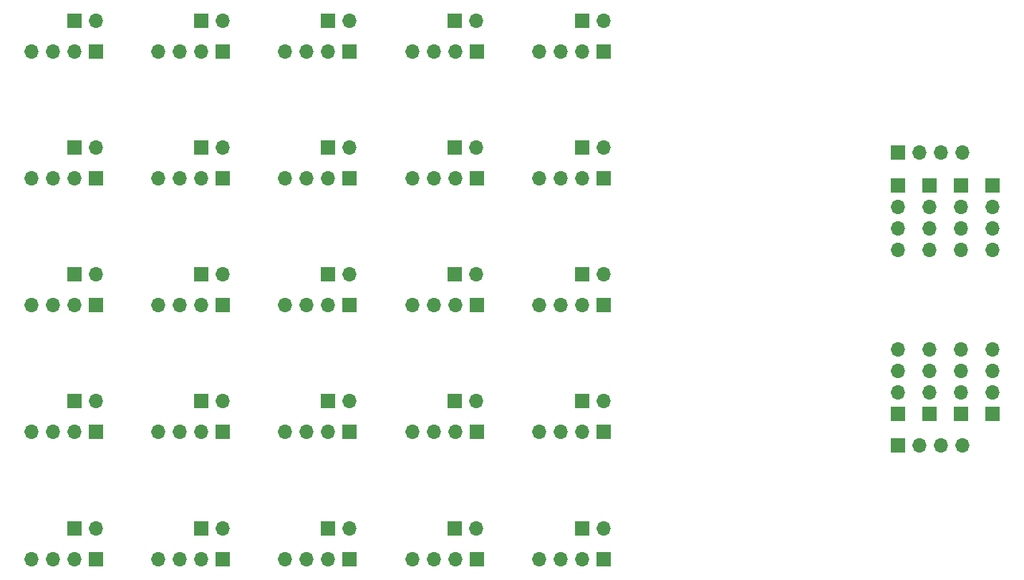
<source format=gbr>
%TF.GenerationSoftware,KiCad,Pcbnew,7.0.1*%
%TF.CreationDate,2025-01-23T23:42:59-05:00*%
%TF.ProjectId,Combined_Stencil2,436f6d62-696e-4656-945f-5374656e6369,rev?*%
%TF.SameCoordinates,Original*%
%TF.FileFunction,Soldermask,Bot*%
%TF.FilePolarity,Negative*%
%FSLAX46Y46*%
G04 Gerber Fmt 4.6, Leading zero omitted, Abs format (unit mm)*
G04 Created by KiCad (PCBNEW 7.0.1) date 2025-01-23 23:42:59*
%MOMM*%
%LPD*%
G01*
G04 APERTURE LIST*
%ADD10R,1.700000X1.700000*%
%ADD11O,1.700000X1.700000*%
G04 APERTURE END LIST*
D10*
%TO.C,J4*%
X141880000Y-81750000D03*
D11*
X141880000Y-79210000D03*
X141880000Y-76670000D03*
X141880000Y-74130000D03*
%TD*%
D10*
%TO.C,J10*%
X134380000Y-50875000D03*
D11*
X136920000Y-50875000D03*
X139460000Y-50875000D03*
X142000000Y-50875000D03*
%TD*%
D10*
%TO.C,J6*%
X145630000Y-54750000D03*
D11*
X145630000Y-57290000D03*
X145630000Y-59830000D03*
X145630000Y-62370000D03*
%TD*%
D10*
%TO.C,J9*%
X134380000Y-54750000D03*
D11*
X134380000Y-57290000D03*
X134380000Y-59830000D03*
X134380000Y-62370000D03*
%TD*%
D10*
%TO.C,J1*%
X134380000Y-85500000D03*
D11*
X136920000Y-85500000D03*
X139460000Y-85500000D03*
X142000000Y-85500000D03*
%TD*%
D10*
%TO.C,J3*%
X138130000Y-81750000D03*
D11*
X138130000Y-79210000D03*
X138130000Y-76670000D03*
X138130000Y-74130000D03*
%TD*%
D10*
%TO.C,J2*%
X134380000Y-81750000D03*
D11*
X134380000Y-79210000D03*
X134380000Y-76670000D03*
X134380000Y-74130000D03*
%TD*%
D10*
%TO.C,J7*%
X141880000Y-54750000D03*
D11*
X141880000Y-57290000D03*
X141880000Y-59830000D03*
X141880000Y-62370000D03*
%TD*%
D10*
%TO.C,J5*%
X145630000Y-81750000D03*
D11*
X145630000Y-79210000D03*
X145630000Y-76670000D03*
X145630000Y-74130000D03*
%TD*%
D10*
%TO.C,J8*%
X138130000Y-54750000D03*
D11*
X138130000Y-57290000D03*
X138130000Y-59830000D03*
X138130000Y-62370000D03*
%TD*%
D10*
%TO.C,J1*%
X54600000Y-53900000D03*
D11*
X52060000Y-53900000D03*
X49520000Y-53900000D03*
X46980000Y-53900000D03*
%TD*%
D10*
%TO.C,J1*%
X69600000Y-98900000D03*
D11*
X67060000Y-98900000D03*
X64520000Y-98900000D03*
X61980000Y-98900000D03*
%TD*%
D10*
%TO.C,J1*%
X99600000Y-53900000D03*
D11*
X97060000Y-53900000D03*
X94520000Y-53900000D03*
X91980000Y-53900000D03*
%TD*%
D10*
%TO.C,J1*%
X39600000Y-53900000D03*
D11*
X37060000Y-53900000D03*
X34520000Y-53900000D03*
X31980000Y-53900000D03*
%TD*%
D10*
%TO.C,J1*%
X69600000Y-83900000D03*
D11*
X67060000Y-83900000D03*
X64520000Y-83900000D03*
X61980000Y-83900000D03*
%TD*%
D10*
%TO.C,J1*%
X39600000Y-83900000D03*
D11*
X37060000Y-83900000D03*
X34520000Y-83900000D03*
X31980000Y-83900000D03*
%TD*%
D10*
%TO.C,J2*%
X37040000Y-35250000D03*
D11*
X39580000Y-35250000D03*
%TD*%
D10*
%TO.C,J2*%
X97040000Y-35250000D03*
D11*
X99580000Y-35250000D03*
%TD*%
D10*
%TO.C,J2*%
X67040000Y-80250000D03*
D11*
X69580000Y-80250000D03*
%TD*%
D10*
%TO.C,J2*%
X82040000Y-95250000D03*
D11*
X84580000Y-95250000D03*
%TD*%
D10*
%TO.C,J2*%
X37040000Y-80250000D03*
D11*
X39580000Y-80250000D03*
%TD*%
D10*
%TO.C,J2*%
X67040000Y-50250000D03*
D11*
X69580000Y-50250000D03*
%TD*%
D10*
%TO.C,J1*%
X54600000Y-38900000D03*
D11*
X52060000Y-38900000D03*
X49520000Y-38900000D03*
X46980000Y-38900000D03*
%TD*%
D10*
%TO.C,J1*%
X99600000Y-98900000D03*
D11*
X97060000Y-98900000D03*
X94520000Y-98900000D03*
X91980000Y-98900000D03*
%TD*%
D10*
%TO.C,J1*%
X84600000Y-83900000D03*
D11*
X82060000Y-83900000D03*
X79520000Y-83900000D03*
X76980000Y-83900000D03*
%TD*%
D10*
%TO.C,J1*%
X84600000Y-38900000D03*
D11*
X82060000Y-38900000D03*
X79520000Y-38900000D03*
X76980000Y-38900000D03*
%TD*%
D10*
%TO.C,J1*%
X54600000Y-68900000D03*
D11*
X52060000Y-68900000D03*
X49520000Y-68900000D03*
X46980000Y-68900000D03*
%TD*%
D10*
%TO.C,J1*%
X54600000Y-83900000D03*
D11*
X52060000Y-83900000D03*
X49520000Y-83900000D03*
X46980000Y-83900000D03*
%TD*%
D10*
%TO.C,J1*%
X84600000Y-98900000D03*
D11*
X82060000Y-98900000D03*
X79520000Y-98900000D03*
X76980000Y-98900000D03*
%TD*%
D10*
%TO.C,J1*%
X39600000Y-68900000D03*
D11*
X37060000Y-68900000D03*
X34520000Y-68900000D03*
X31980000Y-68900000D03*
%TD*%
D10*
%TO.C,J1*%
X54600000Y-98900000D03*
D11*
X52060000Y-98900000D03*
X49520000Y-98900000D03*
X46980000Y-98900000D03*
%TD*%
D10*
%TO.C,J1*%
X69600000Y-53900000D03*
D11*
X67060000Y-53900000D03*
X64520000Y-53900000D03*
X61980000Y-53900000D03*
%TD*%
D10*
%TO.C,J1*%
X99600000Y-68900000D03*
D11*
X97060000Y-68900000D03*
X94520000Y-68900000D03*
X91980000Y-68900000D03*
%TD*%
D10*
%TO.C,J1*%
X39600000Y-38900000D03*
D11*
X37060000Y-38900000D03*
X34520000Y-38900000D03*
X31980000Y-38900000D03*
%TD*%
D10*
%TO.C,J1*%
X69600000Y-68900000D03*
D11*
X67060000Y-68900000D03*
X64520000Y-68900000D03*
X61980000Y-68900000D03*
%TD*%
D10*
%TO.C,J1*%
X84600000Y-53900000D03*
D11*
X82060000Y-53900000D03*
X79520000Y-53900000D03*
X76980000Y-53900000D03*
%TD*%
D10*
%TO.C,J1*%
X99600000Y-83900000D03*
D11*
X97060000Y-83900000D03*
X94520000Y-83900000D03*
X91980000Y-83900000D03*
%TD*%
D10*
%TO.C,J1*%
X84600000Y-68900000D03*
D11*
X82060000Y-68900000D03*
X79520000Y-68900000D03*
X76980000Y-68900000D03*
%TD*%
D10*
%TO.C,J1*%
X99600000Y-38900000D03*
D11*
X97060000Y-38900000D03*
X94520000Y-38900000D03*
X91980000Y-38900000D03*
%TD*%
D10*
%TO.C,J1*%
X39600000Y-98900000D03*
D11*
X37060000Y-98900000D03*
X34520000Y-98900000D03*
X31980000Y-98900000D03*
%TD*%
D10*
%TO.C,J1*%
X69600000Y-38900000D03*
D11*
X67060000Y-38900000D03*
X64520000Y-38900000D03*
X61980000Y-38900000D03*
%TD*%
D10*
%TO.C,J2*%
X52040000Y-35250000D03*
D11*
X54580000Y-35250000D03*
%TD*%
D10*
%TO.C,J2*%
X97040000Y-50250000D03*
D11*
X99580000Y-50250000D03*
%TD*%
D10*
%TO.C,J2*%
X52040000Y-80250000D03*
D11*
X54580000Y-80250000D03*
%TD*%
D10*
%TO.C,J2*%
X82040000Y-35250000D03*
D11*
X84580000Y-35250000D03*
%TD*%
D10*
%TO.C,J2*%
X52040000Y-50250000D03*
D11*
X54580000Y-50250000D03*
%TD*%
D10*
%TO.C,J2*%
X97040000Y-95250000D03*
D11*
X99580000Y-95250000D03*
%TD*%
D10*
%TO.C,J2*%
X67040000Y-35250000D03*
D11*
X69580000Y-35250000D03*
%TD*%
D10*
%TO.C,J2*%
X67040000Y-95250000D03*
D11*
X69580000Y-95250000D03*
%TD*%
D10*
%TO.C,J2*%
X37040000Y-65250000D03*
D11*
X39580000Y-65250000D03*
%TD*%
D10*
%TO.C,J2*%
X52040000Y-95250000D03*
D11*
X54580000Y-95250000D03*
%TD*%
D10*
%TO.C,J2*%
X37040000Y-95250000D03*
D11*
X39580000Y-95250000D03*
%TD*%
D10*
%TO.C,J2*%
X82040000Y-80250000D03*
D11*
X84580000Y-80250000D03*
%TD*%
D10*
%TO.C,J2*%
X67040000Y-65250000D03*
D11*
X69580000Y-65250000D03*
%TD*%
D10*
%TO.C,J2*%
X37040000Y-50250000D03*
D11*
X39580000Y-50250000D03*
%TD*%
D10*
%TO.C,J2*%
X97040000Y-65250000D03*
D11*
X99580000Y-65250000D03*
%TD*%
D10*
%TO.C,J2*%
X97040000Y-80250000D03*
D11*
X99580000Y-80250000D03*
%TD*%
D10*
%TO.C,J2*%
X82040000Y-65250000D03*
D11*
X84580000Y-65250000D03*
%TD*%
D10*
%TO.C,J2*%
X52040000Y-65250000D03*
D11*
X54580000Y-65250000D03*
%TD*%
D10*
%TO.C,J2*%
X82040000Y-50250000D03*
D11*
X84580000Y-50250000D03*
%TD*%
M02*

</source>
